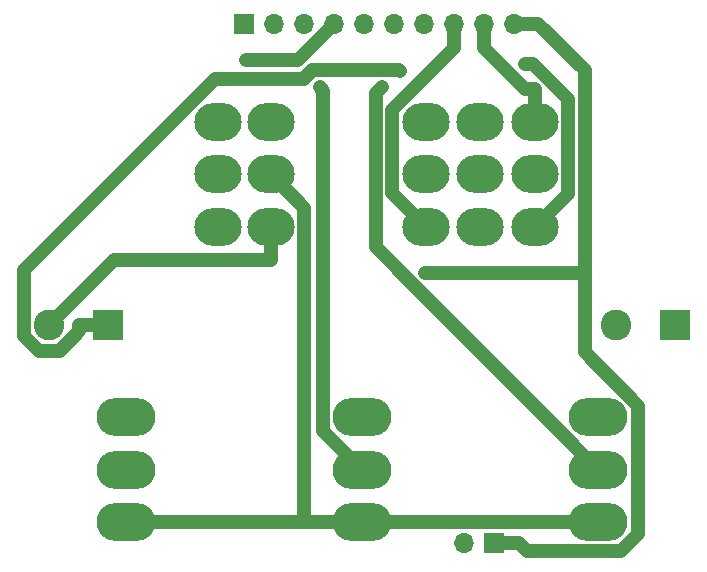
<source format=gbl>
G04 #@! TF.GenerationSoftware,KiCad,Pcbnew,5.1.10*
G04 #@! TF.CreationDate,2021-06-29T02:58:05-05:00*
G04 #@! TF.ProjectId,Power Board,506f7765-7220-4426-9f61-72642e6b6963,rev?*
G04 #@! TF.SameCoordinates,Original*
G04 #@! TF.FileFunction,Copper,L2,Bot*
G04 #@! TF.FilePolarity,Positive*
%FSLAX46Y46*%
G04 Gerber Fmt 4.6, Leading zero omitted, Abs format (unit mm)*
G04 Created by KiCad (PCBNEW 5.1.10) date 2021-06-29 02:58:05*
%MOMM*%
%LPD*%
G01*
G04 APERTURE LIST*
G04 #@! TA.AperFunction,ComponentPad*
%ADD10C,2.600000*%
G04 #@! TD*
G04 #@! TA.AperFunction,ComponentPad*
%ADD11R,2.600000X2.600000*%
G04 #@! TD*
G04 #@! TA.AperFunction,ComponentPad*
%ADD12O,4.000000X3.200000*%
G04 #@! TD*
G04 #@! TA.AperFunction,ComponentPad*
%ADD13O,5.000000X3.200000*%
G04 #@! TD*
G04 #@! TA.AperFunction,ComponentPad*
%ADD14O,1.700000X1.700000*%
G04 #@! TD*
G04 #@! TA.AperFunction,ComponentPad*
%ADD15R,1.700000X1.700000*%
G04 #@! TD*
G04 #@! TA.AperFunction,ViaPad*
%ADD16C,0.800000*%
G04 #@! TD*
G04 #@! TA.AperFunction,Conductor*
%ADD17C,1.200000*%
G04 #@! TD*
G04 APERTURE END LIST*
D10*
X89000000Y-158250000D03*
D11*
X94000000Y-158250000D03*
D12*
X59750000Y-141050000D03*
X59750000Y-149950000D03*
X59750000Y-145500000D03*
X55250000Y-149950000D03*
X55250000Y-145500000D03*
X55250000Y-141050000D03*
X72900000Y-149950000D03*
X72900000Y-141050000D03*
X72900000Y-145500000D03*
X77500000Y-141050000D03*
X77500000Y-145500000D03*
X77500000Y-149950000D03*
X82100000Y-149950000D03*
X82100000Y-141050000D03*
X82100000Y-145500000D03*
D10*
X41000000Y-158250000D03*
D11*
X46000000Y-158250000D03*
D13*
X67500000Y-166050000D03*
X67500000Y-170500000D03*
X67500000Y-174950000D03*
D14*
X76154000Y-176720000D03*
D15*
X78694000Y-176720000D03*
D13*
X47500000Y-166050000D03*
X47500000Y-170500000D03*
X47500000Y-174950000D03*
X87500000Y-166050000D03*
X87500000Y-170500000D03*
X87500000Y-174950000D03*
D14*
X80360000Y-132750000D03*
X77820000Y-132750000D03*
X75280000Y-132750000D03*
X72740000Y-132750000D03*
X70200000Y-132750000D03*
X67660000Y-132750000D03*
X65120000Y-132750000D03*
X62580000Y-132750000D03*
X60040000Y-132750000D03*
D15*
X57500000Y-132750000D03*
D16*
X57689500Y-135768900D03*
X81256400Y-136123800D03*
X70653100Y-136704800D03*
X69133800Y-138112600D03*
X72807900Y-153829000D03*
X63886700Y-138093800D03*
D17*
X87500000Y-174950000D02*
X83800000Y-174950000D01*
X47500000Y-174950000D02*
X51200000Y-174950000D01*
X62553600Y-148303600D02*
X59750000Y-145500000D01*
X62553600Y-174950000D02*
X62553600Y-148303600D01*
X67500000Y-174950000D02*
X62553600Y-174950000D01*
X62553600Y-174950000D02*
X51200000Y-174950000D01*
X67500000Y-174950000D02*
X71200000Y-174950000D01*
X83800000Y-174950000D02*
X71200000Y-174950000D01*
X62101100Y-135768900D02*
X57689500Y-135768900D01*
X65120000Y-132750000D02*
X62101100Y-135768900D01*
X81960600Y-136123800D02*
X81256400Y-136123800D01*
X84917500Y-139080700D02*
X81960600Y-136123800D01*
X84917500Y-147132500D02*
X84917500Y-139080700D01*
X82100000Y-149950000D02*
X84917500Y-147132500D01*
X70653100Y-136704800D02*
X70601400Y-136653100D01*
X46000000Y-158250000D02*
X43500000Y-158250000D01*
X43500000Y-158792800D02*
X43500000Y-158250000D01*
X41872100Y-160420700D02*
X43500000Y-158792800D01*
X40123200Y-160420700D02*
X41872100Y-160420700D01*
X38855000Y-159152500D02*
X40123200Y-160420700D01*
X38855000Y-153581300D02*
X38855000Y-159152500D01*
X55044800Y-137391500D02*
X38855000Y-153581300D01*
X62533700Y-137391500D02*
X55044800Y-137391500D01*
X63272100Y-136653100D02*
X62533700Y-137391500D01*
X70601400Y-136653100D02*
X63272100Y-136653100D01*
X75280000Y-132750000D02*
X75280000Y-134800000D01*
X70050600Y-140029400D02*
X75280000Y-134800000D01*
X70050600Y-147100600D02*
X70050600Y-140029400D01*
X72900000Y-149950000D02*
X70050600Y-147100600D01*
X87498600Y-170500000D02*
X87500000Y-170500000D01*
X68650200Y-151651600D02*
X87498600Y-170500000D01*
X68650200Y-138596200D02*
X68650200Y-151651600D01*
X69133800Y-138112600D02*
X68650200Y-138596200D01*
X77820000Y-132750000D02*
X77820000Y-134800000D01*
X82100000Y-141050000D02*
X82100000Y-138250000D01*
X81270000Y-138250000D02*
X82100000Y-138250000D01*
X77820000Y-134800000D02*
X81270000Y-138250000D01*
X78694000Y-176720000D02*
X80744000Y-176720000D01*
X80360000Y-132750000D02*
X82410000Y-132750000D01*
X86317900Y-136657900D02*
X82410000Y-132750000D01*
X86317900Y-153829000D02*
X86317900Y-136657900D01*
X72807900Y-153829000D02*
X86317900Y-153829000D01*
X81430000Y-177406000D02*
X80744000Y-176720000D01*
X89364800Y-177406000D02*
X81430000Y-177406000D01*
X90857100Y-175913700D02*
X89364800Y-177406000D01*
X90857100Y-165111800D02*
X90857100Y-175913700D01*
X86317900Y-160572600D02*
X90857100Y-165111800D01*
X86317900Y-153829000D02*
X86317900Y-160572600D01*
X64190900Y-138398000D02*
X63886700Y-138093800D01*
X64190900Y-167190900D02*
X64190900Y-138398000D01*
X67500000Y-170500000D02*
X64190900Y-167190900D01*
X41000000Y-158250000D02*
X46500000Y-152750000D01*
X59750000Y-149950000D02*
X59750000Y-152750000D01*
X46500000Y-152750000D02*
X59750000Y-152750000D01*
M02*

</source>
